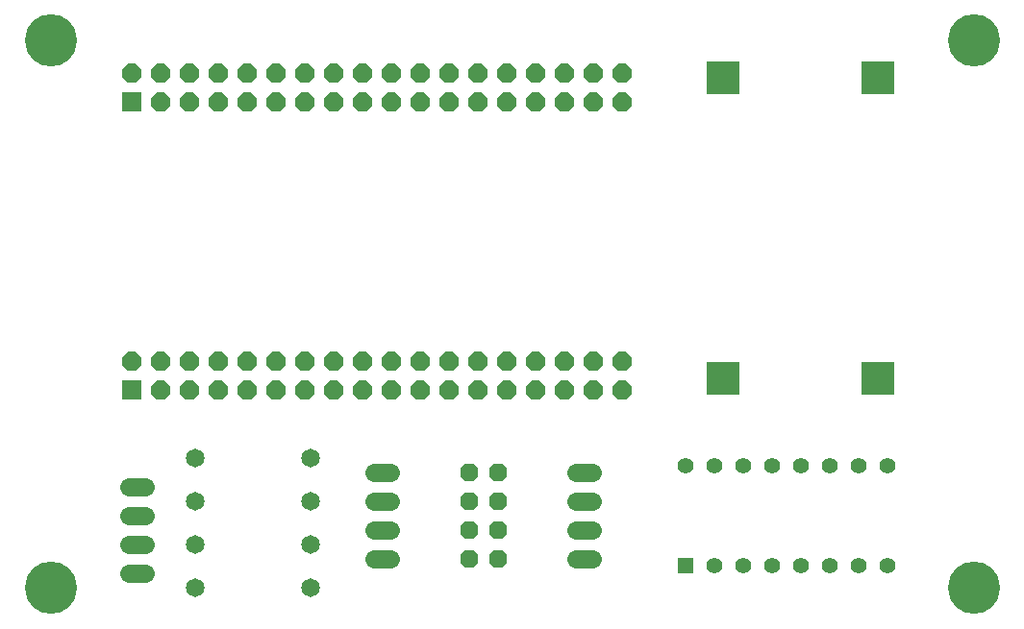
<source format=gbr>
G04 EAGLE Gerber RS-274X export*
G75*
%MOIN*%
%FSLAX34Y34*%
%LPD*%
%INSoldermask Bottom*%
%IPPOS*%
%AMOC8*
5,1,8,0,0,1.08239X$1,22.5*%
G01*
%ADD10R,0.116236X0.116236*%
%ADD11R,0.066000X0.066000*%
%ADD12P,0.071438X8X22.500000*%
%ADD13R,0.055606X0.055606*%
%ADD14C,0.055606*%
%ADD15C,0.062000*%
%ADD16P,0.067108X8X112.500000*%
%ADD17C,0.065055*%
%ADD18C,0.181000*%


D10*
X24819Y19213D03*
X30181Y19213D03*
X30181Y8787D03*
X24819Y8787D03*
D11*
X4327Y8390D03*
D12*
X4327Y9390D03*
X5327Y8390D03*
X5327Y9390D03*
X6327Y8390D03*
X6327Y9390D03*
X7327Y8390D03*
X7327Y9390D03*
X8327Y8390D03*
X8327Y9390D03*
X9327Y8390D03*
X9327Y9390D03*
X10327Y8390D03*
X10327Y9390D03*
X11327Y8390D03*
X11327Y9390D03*
X12327Y8390D03*
X12327Y9390D03*
X13327Y8390D03*
X13327Y9390D03*
X14327Y8390D03*
X14327Y9390D03*
X15327Y8390D03*
X15327Y9390D03*
X16327Y8390D03*
X16327Y9390D03*
X17327Y8390D03*
X17327Y9390D03*
X18327Y8390D03*
X18327Y9390D03*
X19327Y8390D03*
X19327Y9390D03*
X20327Y8390D03*
X20327Y9390D03*
X21327Y8390D03*
X21327Y9390D03*
D11*
X4327Y18390D03*
D12*
X4327Y19390D03*
X5327Y18390D03*
X5327Y19390D03*
X6327Y18390D03*
X6327Y19390D03*
X7327Y18390D03*
X7327Y19390D03*
X8327Y18390D03*
X8327Y19390D03*
X9327Y18390D03*
X9327Y19390D03*
X10327Y18390D03*
X10327Y19390D03*
X11327Y18390D03*
X11327Y19390D03*
X12327Y18390D03*
X12327Y19390D03*
X13327Y18390D03*
X13327Y19390D03*
X14327Y18390D03*
X14327Y19390D03*
X15327Y18390D03*
X15327Y19390D03*
X16327Y18390D03*
X16327Y19390D03*
X17327Y18390D03*
X17327Y19390D03*
X18327Y18390D03*
X18327Y19390D03*
X19327Y18390D03*
X19327Y19390D03*
X20327Y18390D03*
X20327Y19390D03*
X21327Y18390D03*
X21327Y19390D03*
D13*
X23500Y2268D03*
D14*
X24500Y2268D03*
X25500Y2268D03*
X26500Y2268D03*
X27500Y2268D03*
X28500Y2268D03*
X29500Y2268D03*
X30500Y2268D03*
X30500Y5732D03*
X29500Y5732D03*
X28500Y5732D03*
X27500Y5732D03*
X26500Y5732D03*
X25500Y5732D03*
X24500Y5732D03*
X23500Y5732D03*
D15*
X20280Y2500D02*
X19720Y2500D01*
X19720Y3500D02*
X20280Y3500D01*
X20280Y4500D02*
X19720Y4500D01*
X19720Y5500D02*
X20280Y5500D01*
D16*
X17000Y2500D03*
X16000Y2500D03*
X17000Y3500D03*
X16000Y3500D03*
X17000Y4500D03*
X16000Y4500D03*
X17000Y5500D03*
X16000Y5500D03*
D15*
X13280Y2500D02*
X12720Y2500D01*
X12720Y3500D02*
X13280Y3500D01*
X13280Y4500D02*
X12720Y4500D01*
X12720Y5500D02*
X13280Y5500D01*
X4780Y2000D02*
X4220Y2000D01*
X4220Y3000D02*
X4780Y3000D01*
X4780Y4000D02*
X4220Y4000D01*
X4220Y5000D02*
X4780Y5000D01*
D17*
X10500Y6000D03*
X6500Y6000D03*
X10500Y1500D03*
X6500Y1500D03*
X10500Y3000D03*
X6500Y3000D03*
X10500Y4500D03*
X6500Y4500D03*
D18*
X1500Y1500D03*
X1500Y20500D03*
X33500Y20500D03*
X33500Y1500D03*
M02*

</source>
